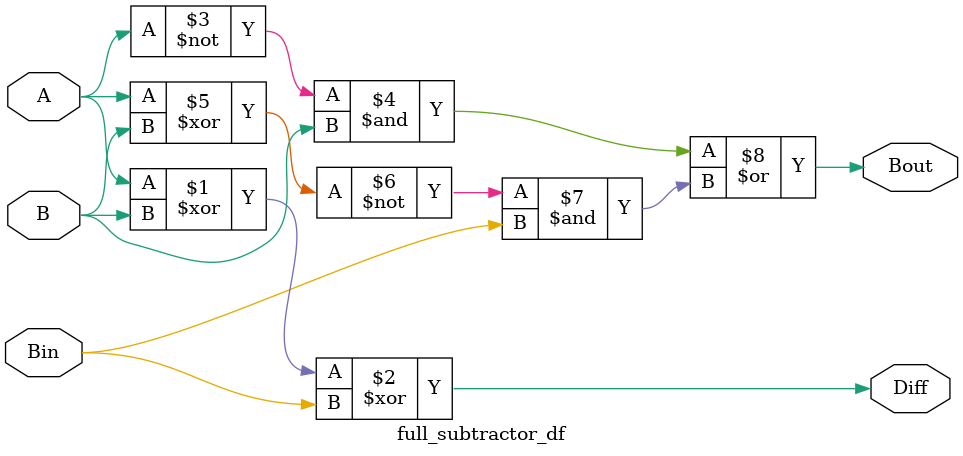
<source format=sv>
module full_subtractor_df(
  input A, B, Bin,
  output Diff, Bout
);
  assign Diff= A^B^Bin;
  assign Bout= (~A&B)|(~(A^B)&Bin);
endmodule

</source>
